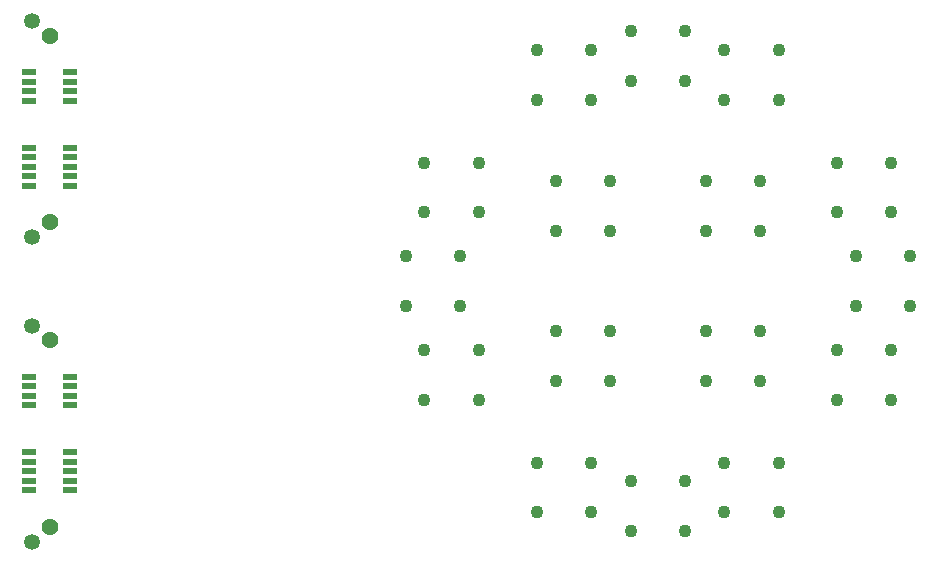
<source format=gbr>
%TF.GenerationSoftware,KiCad,Pcbnew,9.0.2*%
%TF.CreationDate,2025-05-27T11:43:11-07:00*%
%TF.ProjectId,16_6mSiPMs_9,31365f36-6d53-4695-904d-735f392e6b69,rev?*%
%TF.SameCoordinates,Original*%
%TF.FileFunction,Soldermask,Top*%
%TF.FilePolarity,Negative*%
%FSLAX46Y46*%
G04 Gerber Fmt 4.6, Leading zero omitted, Abs format (unit mm)*
G04 Created by KiCad (PCBNEW 9.0.2) date 2025-05-27 11:43:11*
%MOMM*%
%LPD*%
G01*
G04 APERTURE LIST*
%ADD10C,1.100000*%
%ADD11C,1.350000*%
%ADD12R,1.200000X0.500000*%
%ADD13C,1.431000*%
G04 APERTURE END LIST*
D10*
%TO.C,REF\u002A\u002A10*%
X233687500Y-118162500D03*
X229087500Y-118162500D03*
X229087500Y-122362500D03*
X233687500Y-122362500D03*
%TD*%
%TO.C,REF\u002A\u002A10*%
X208287500Y-92762500D03*
X203687500Y-92762500D03*
X203687500Y-96962500D03*
X208287500Y-96962500D03*
%TD*%
D11*
%TO.C,J\u002A\u002A*%
X170450000Y-80755000D03*
X170450000Y-99045000D03*
D12*
X170250000Y-85100000D03*
X173650000Y-85100000D03*
X170250000Y-85900000D03*
X173650000Y-85900000D03*
X170250000Y-86700000D03*
X173650000Y-86700000D03*
X170250000Y-87500000D03*
X173650000Y-87500000D03*
X170250000Y-91500000D03*
X173650000Y-91500000D03*
X170250000Y-92300000D03*
X173650000Y-92300000D03*
X170250000Y-93100000D03*
X173650000Y-93100000D03*
X170250000Y-93900000D03*
X173650000Y-93900000D03*
X170250000Y-94700000D03*
X173650000Y-94700000D03*
D13*
X171950000Y-82005000D03*
X171950000Y-97795000D03*
%TD*%
D10*
%TO.C,REF\u002A\u002A10*%
X233687500Y-83237500D03*
X229087500Y-83237500D03*
X229087500Y-87437500D03*
X233687500Y-87437500D03*
%TD*%
%TO.C,REF\u002A\u002A10*%
X206700000Y-100700000D03*
X202100000Y-100700000D03*
X202100000Y-104900000D03*
X206700000Y-104900000D03*
%TD*%
%TO.C,REF\u002A\u002A10*%
X219400000Y-107050000D03*
X214800000Y-107050000D03*
X214800000Y-111250000D03*
X219400000Y-111250000D03*
%TD*%
%TO.C,REF\u002A\u002A10*%
X219400000Y-94350000D03*
X214800000Y-94350000D03*
X214800000Y-98550000D03*
X219400000Y-98550000D03*
%TD*%
%TO.C,REF\u002A\u002A10*%
X208287500Y-108637500D03*
X203687500Y-108637500D03*
X203687500Y-112837500D03*
X208287500Y-112837500D03*
%TD*%
%TO.C,REF\u002A\u002A10*%
X225750000Y-81650000D03*
X221150000Y-81650000D03*
X221150000Y-85850000D03*
X225750000Y-85850000D03*
%TD*%
%TO.C,REF\u002A\u002A10*%
X225750000Y-119750000D03*
X221150000Y-119750000D03*
X221150000Y-123950000D03*
X225750000Y-123950000D03*
%TD*%
%TO.C,REF\u002A\u002A10*%
X243212500Y-92762500D03*
X238612500Y-92762500D03*
X238612500Y-96962500D03*
X243212500Y-96962500D03*
%TD*%
%TO.C,REF\u002A\u002A10*%
X244800000Y-100700000D03*
X240200000Y-100700000D03*
X240200000Y-104900000D03*
X244800000Y-104900000D03*
%TD*%
%TO.C,REF\u002A\u002A10*%
X243212500Y-108637500D03*
X238612500Y-108637500D03*
X238612500Y-112837500D03*
X243212500Y-112837500D03*
%TD*%
%TO.C,REF\u002A\u002A10*%
X232100000Y-94350000D03*
X227500000Y-94350000D03*
X227500000Y-98550000D03*
X232100000Y-98550000D03*
%TD*%
D11*
%TO.C,J\u002A\u002A*%
X170450000Y-106555000D03*
X170450000Y-124845000D03*
D12*
X170250000Y-110900000D03*
X173650000Y-110900000D03*
X170250000Y-111700000D03*
X173650000Y-111700000D03*
X170250000Y-112500000D03*
X173650000Y-112500000D03*
X170250000Y-113300000D03*
X173650000Y-113300000D03*
X170250000Y-117300000D03*
X173650000Y-117300000D03*
X170250000Y-118100000D03*
X173650000Y-118100000D03*
X170250000Y-118900000D03*
X173650000Y-118900000D03*
X170250000Y-119700000D03*
X173650000Y-119700000D03*
X170250000Y-120500000D03*
X173650000Y-120500000D03*
D13*
X171950000Y-107805000D03*
X171950000Y-123595000D03*
%TD*%
D10*
%TO.C,REF\u002A\u002A10*%
X217812500Y-118162500D03*
X213212500Y-118162500D03*
X213212500Y-122362500D03*
X217812500Y-122362500D03*
%TD*%
%TO.C,REF\u002A\u002A10*%
X217812500Y-83237500D03*
X213212500Y-83237500D03*
X213212500Y-87437500D03*
X217812500Y-87437500D03*
%TD*%
%TO.C,REF\u002A\u002A10*%
X232100000Y-107050000D03*
X227500000Y-107050000D03*
X227500000Y-111250000D03*
X232100000Y-111250000D03*
%TD*%
M02*

</source>
